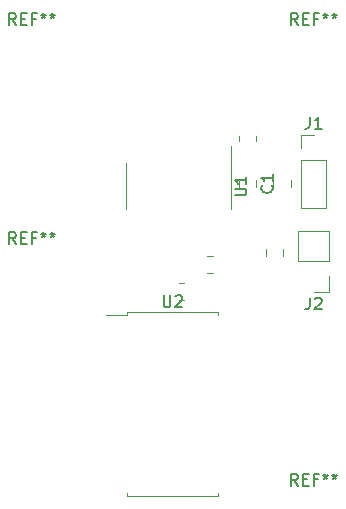
<source format=gbr>
%TF.GenerationSoftware,KiCad,Pcbnew,7.0.5*%
%TF.CreationDate,2024-02-07T02:01:45+01:00*%
%TF.ProjectId,thermometer-hw,74686572-6d6f-46d6-9574-65722d68772e,rev?*%
%TF.SameCoordinates,Original*%
%TF.FileFunction,Legend,Top*%
%TF.FilePolarity,Positive*%
%FSLAX46Y46*%
G04 Gerber Fmt 4.6, Leading zero omitted, Abs format (unit mm)*
G04 Created by KiCad (PCBNEW 7.0.5) date 2024-02-07 02:01:45*
%MOMM*%
%LPD*%
G01*
G04 APERTURE LIST*
%ADD10C,0.150000*%
%ADD11C,0.120000*%
G04 APERTURE END LIST*
D10*
%TO.C,U1*%
X83474819Y-51561904D02*
X84284342Y-51561904D01*
X84284342Y-51561904D02*
X84379580Y-51514285D01*
X84379580Y-51514285D02*
X84427200Y-51466666D01*
X84427200Y-51466666D02*
X84474819Y-51371428D01*
X84474819Y-51371428D02*
X84474819Y-51180952D01*
X84474819Y-51180952D02*
X84427200Y-51085714D01*
X84427200Y-51085714D02*
X84379580Y-51038095D01*
X84379580Y-51038095D02*
X84284342Y-50990476D01*
X84284342Y-50990476D02*
X83474819Y-50990476D01*
X84474819Y-49990476D02*
X84474819Y-50561904D01*
X84474819Y-50276190D02*
X83474819Y-50276190D01*
X83474819Y-50276190D02*
X83617676Y-50371428D01*
X83617676Y-50371428D02*
X83712914Y-50466666D01*
X83712914Y-50466666D02*
X83760533Y-50561904D01*
%TO.C,REF\u002A\u002A*%
X88836666Y-76129819D02*
X88503333Y-75653628D01*
X88265238Y-76129819D02*
X88265238Y-75129819D01*
X88265238Y-75129819D02*
X88646190Y-75129819D01*
X88646190Y-75129819D02*
X88741428Y-75177438D01*
X88741428Y-75177438D02*
X88789047Y-75225057D01*
X88789047Y-75225057D02*
X88836666Y-75320295D01*
X88836666Y-75320295D02*
X88836666Y-75463152D01*
X88836666Y-75463152D02*
X88789047Y-75558390D01*
X88789047Y-75558390D02*
X88741428Y-75606009D01*
X88741428Y-75606009D02*
X88646190Y-75653628D01*
X88646190Y-75653628D02*
X88265238Y-75653628D01*
X89265238Y-75606009D02*
X89598571Y-75606009D01*
X89741428Y-76129819D02*
X89265238Y-76129819D01*
X89265238Y-76129819D02*
X89265238Y-75129819D01*
X89265238Y-75129819D02*
X89741428Y-75129819D01*
X90503333Y-75606009D02*
X90170000Y-75606009D01*
X90170000Y-76129819D02*
X90170000Y-75129819D01*
X90170000Y-75129819D02*
X90646190Y-75129819D01*
X91170000Y-75129819D02*
X91170000Y-75367914D01*
X90931905Y-75272676D02*
X91170000Y-75367914D01*
X91170000Y-75367914D02*
X91408095Y-75272676D01*
X91027143Y-75558390D02*
X91170000Y-75367914D01*
X91170000Y-75367914D02*
X91312857Y-75558390D01*
X91931905Y-75129819D02*
X91931905Y-75367914D01*
X91693810Y-75272676D02*
X91931905Y-75367914D01*
X91931905Y-75367914D02*
X92170000Y-75272676D01*
X91789048Y-75558390D02*
X91931905Y-75367914D01*
X91931905Y-75367914D02*
X92074762Y-75558390D01*
X64960666Y-55682819D02*
X64627333Y-55206628D01*
X64389238Y-55682819D02*
X64389238Y-54682819D01*
X64389238Y-54682819D02*
X64770190Y-54682819D01*
X64770190Y-54682819D02*
X64865428Y-54730438D01*
X64865428Y-54730438D02*
X64913047Y-54778057D01*
X64913047Y-54778057D02*
X64960666Y-54873295D01*
X64960666Y-54873295D02*
X64960666Y-55016152D01*
X64960666Y-55016152D02*
X64913047Y-55111390D01*
X64913047Y-55111390D02*
X64865428Y-55159009D01*
X64865428Y-55159009D02*
X64770190Y-55206628D01*
X64770190Y-55206628D02*
X64389238Y-55206628D01*
X65389238Y-55159009D02*
X65722571Y-55159009D01*
X65865428Y-55682819D02*
X65389238Y-55682819D01*
X65389238Y-55682819D02*
X65389238Y-54682819D01*
X65389238Y-54682819D02*
X65865428Y-54682819D01*
X66627333Y-55159009D02*
X66294000Y-55159009D01*
X66294000Y-55682819D02*
X66294000Y-54682819D01*
X66294000Y-54682819D02*
X66770190Y-54682819D01*
X67294000Y-54682819D02*
X67294000Y-54920914D01*
X67055905Y-54825676D02*
X67294000Y-54920914D01*
X67294000Y-54920914D02*
X67532095Y-54825676D01*
X67151143Y-55111390D02*
X67294000Y-54920914D01*
X67294000Y-54920914D02*
X67436857Y-55111390D01*
X68055905Y-54682819D02*
X68055905Y-54920914D01*
X67817810Y-54825676D02*
X68055905Y-54920914D01*
X68055905Y-54920914D02*
X68294000Y-54825676D01*
X67913048Y-55111390D02*
X68055905Y-54920914D01*
X68055905Y-54920914D02*
X68198762Y-55111390D01*
%TO.C,C1*%
X86621580Y-50712666D02*
X86669200Y-50760285D01*
X86669200Y-50760285D02*
X86716819Y-50903142D01*
X86716819Y-50903142D02*
X86716819Y-50998380D01*
X86716819Y-50998380D02*
X86669200Y-51141237D01*
X86669200Y-51141237D02*
X86573961Y-51236475D01*
X86573961Y-51236475D02*
X86478723Y-51284094D01*
X86478723Y-51284094D02*
X86288247Y-51331713D01*
X86288247Y-51331713D02*
X86145390Y-51331713D01*
X86145390Y-51331713D02*
X85954914Y-51284094D01*
X85954914Y-51284094D02*
X85859676Y-51236475D01*
X85859676Y-51236475D02*
X85764438Y-51141237D01*
X85764438Y-51141237D02*
X85716819Y-50998380D01*
X85716819Y-50998380D02*
X85716819Y-50903142D01*
X85716819Y-50903142D02*
X85764438Y-50760285D01*
X85764438Y-50760285D02*
X85812057Y-50712666D01*
X86716819Y-49760285D02*
X86716819Y-50331713D01*
X86716819Y-50045999D02*
X85716819Y-50045999D01*
X85716819Y-50045999D02*
X85859676Y-50141237D01*
X85859676Y-50141237D02*
X85954914Y-50236475D01*
X85954914Y-50236475D02*
X86002533Y-50331713D01*
%TO.C,J1*%
X89836666Y-44924819D02*
X89836666Y-45639104D01*
X89836666Y-45639104D02*
X89789047Y-45781961D01*
X89789047Y-45781961D02*
X89693809Y-45877200D01*
X89693809Y-45877200D02*
X89550952Y-45924819D01*
X89550952Y-45924819D02*
X89455714Y-45924819D01*
X90836666Y-45924819D02*
X90265238Y-45924819D01*
X90550952Y-45924819D02*
X90550952Y-44924819D01*
X90550952Y-44924819D02*
X90455714Y-45067676D01*
X90455714Y-45067676D02*
X90360476Y-45162914D01*
X90360476Y-45162914D02*
X90265238Y-45210533D01*
%TO.C,REF\u002A\u002A*%
X64960666Y-37140819D02*
X64627333Y-36664628D01*
X64389238Y-37140819D02*
X64389238Y-36140819D01*
X64389238Y-36140819D02*
X64770190Y-36140819D01*
X64770190Y-36140819D02*
X64865428Y-36188438D01*
X64865428Y-36188438D02*
X64913047Y-36236057D01*
X64913047Y-36236057D02*
X64960666Y-36331295D01*
X64960666Y-36331295D02*
X64960666Y-36474152D01*
X64960666Y-36474152D02*
X64913047Y-36569390D01*
X64913047Y-36569390D02*
X64865428Y-36617009D01*
X64865428Y-36617009D02*
X64770190Y-36664628D01*
X64770190Y-36664628D02*
X64389238Y-36664628D01*
X65389238Y-36617009D02*
X65722571Y-36617009D01*
X65865428Y-37140819D02*
X65389238Y-37140819D01*
X65389238Y-37140819D02*
X65389238Y-36140819D01*
X65389238Y-36140819D02*
X65865428Y-36140819D01*
X66627333Y-36617009D02*
X66294000Y-36617009D01*
X66294000Y-37140819D02*
X66294000Y-36140819D01*
X66294000Y-36140819D02*
X66770190Y-36140819D01*
X67294000Y-36140819D02*
X67294000Y-36378914D01*
X67055905Y-36283676D02*
X67294000Y-36378914D01*
X67294000Y-36378914D02*
X67532095Y-36283676D01*
X67151143Y-36569390D02*
X67294000Y-36378914D01*
X67294000Y-36378914D02*
X67436857Y-36569390D01*
X68055905Y-36140819D02*
X68055905Y-36378914D01*
X67817810Y-36283676D02*
X68055905Y-36378914D01*
X68055905Y-36378914D02*
X68294000Y-36283676D01*
X67913048Y-36569390D02*
X68055905Y-36378914D01*
X68055905Y-36378914D02*
X68198762Y-36569390D01*
%TO.C,U2*%
X77470095Y-60019819D02*
X77470095Y-60829342D01*
X77470095Y-60829342D02*
X77517714Y-60924580D01*
X77517714Y-60924580D02*
X77565333Y-60972200D01*
X77565333Y-60972200D02*
X77660571Y-61019819D01*
X77660571Y-61019819D02*
X77851047Y-61019819D01*
X77851047Y-61019819D02*
X77946285Y-60972200D01*
X77946285Y-60972200D02*
X77993904Y-60924580D01*
X77993904Y-60924580D02*
X78041523Y-60829342D01*
X78041523Y-60829342D02*
X78041523Y-60019819D01*
X78470095Y-60115057D02*
X78517714Y-60067438D01*
X78517714Y-60067438D02*
X78612952Y-60019819D01*
X78612952Y-60019819D02*
X78851047Y-60019819D01*
X78851047Y-60019819D02*
X78946285Y-60067438D01*
X78946285Y-60067438D02*
X78993904Y-60115057D01*
X78993904Y-60115057D02*
X79041523Y-60210295D01*
X79041523Y-60210295D02*
X79041523Y-60305533D01*
X79041523Y-60305533D02*
X78993904Y-60448390D01*
X78993904Y-60448390D02*
X78422476Y-61019819D01*
X78422476Y-61019819D02*
X79041523Y-61019819D01*
%TO.C,REF\u002A\u002A*%
X88836666Y-37140819D02*
X88503333Y-36664628D01*
X88265238Y-37140819D02*
X88265238Y-36140819D01*
X88265238Y-36140819D02*
X88646190Y-36140819D01*
X88646190Y-36140819D02*
X88741428Y-36188438D01*
X88741428Y-36188438D02*
X88789047Y-36236057D01*
X88789047Y-36236057D02*
X88836666Y-36331295D01*
X88836666Y-36331295D02*
X88836666Y-36474152D01*
X88836666Y-36474152D02*
X88789047Y-36569390D01*
X88789047Y-36569390D02*
X88741428Y-36617009D01*
X88741428Y-36617009D02*
X88646190Y-36664628D01*
X88646190Y-36664628D02*
X88265238Y-36664628D01*
X89265238Y-36617009D02*
X89598571Y-36617009D01*
X89741428Y-37140819D02*
X89265238Y-37140819D01*
X89265238Y-37140819D02*
X89265238Y-36140819D01*
X89265238Y-36140819D02*
X89741428Y-36140819D01*
X90503333Y-36617009D02*
X90170000Y-36617009D01*
X90170000Y-37140819D02*
X90170000Y-36140819D01*
X90170000Y-36140819D02*
X90646190Y-36140819D01*
X91170000Y-36140819D02*
X91170000Y-36378914D01*
X90931905Y-36283676D02*
X91170000Y-36378914D01*
X91170000Y-36378914D02*
X91408095Y-36283676D01*
X91027143Y-36569390D02*
X91170000Y-36378914D01*
X91170000Y-36378914D02*
X91312857Y-36569390D01*
X91931905Y-36140819D02*
X91931905Y-36378914D01*
X91693810Y-36283676D02*
X91931905Y-36378914D01*
X91931905Y-36378914D02*
X92170000Y-36283676D01*
X91789048Y-36569390D02*
X91931905Y-36378914D01*
X91931905Y-36378914D02*
X92074762Y-36569390D01*
%TO.C,J2*%
X89836666Y-60204819D02*
X89836666Y-60919104D01*
X89836666Y-60919104D02*
X89789047Y-61061961D01*
X89789047Y-61061961D02*
X89693809Y-61157200D01*
X89693809Y-61157200D02*
X89550952Y-61204819D01*
X89550952Y-61204819D02*
X89455714Y-61204819D01*
X90265238Y-60300057D02*
X90312857Y-60252438D01*
X90312857Y-60252438D02*
X90408095Y-60204819D01*
X90408095Y-60204819D02*
X90646190Y-60204819D01*
X90646190Y-60204819D02*
X90741428Y-60252438D01*
X90741428Y-60252438D02*
X90789047Y-60300057D01*
X90789047Y-60300057D02*
X90836666Y-60395295D01*
X90836666Y-60395295D02*
X90836666Y-60490533D01*
X90836666Y-60490533D02*
X90789047Y-60633390D01*
X90789047Y-60633390D02*
X90217619Y-61204819D01*
X90217619Y-61204819D02*
X90836666Y-61204819D01*
D11*
%TO.C,C4*%
X86133000Y-56649252D02*
X86133000Y-56126748D01*
X87603000Y-56649252D02*
X87603000Y-56126748D01*
%TO.C,C2*%
X81668252Y-58139000D02*
X81145748Y-58139000D01*
X81668252Y-56669000D02*
X81145748Y-56669000D01*
%TO.C,U1*%
X83175000Y-50800000D02*
X83175000Y-47350000D01*
X83175000Y-50800000D02*
X83175000Y-52750000D01*
X74305000Y-50800000D02*
X74305000Y-48850000D01*
X74305000Y-50800000D02*
X74305000Y-52750000D01*
%TO.C,C3*%
X88238000Y-50284748D02*
X88238000Y-50807252D01*
X86768000Y-50284748D02*
X86768000Y-50807252D01*
%TO.C,C1*%
X85317000Y-50284748D02*
X85317000Y-50807252D01*
X83847000Y-50284748D02*
X83847000Y-50807252D01*
%TO.C,J1*%
X89110000Y-46470000D02*
X90170000Y-46470000D01*
X89110000Y-47530000D02*
X89110000Y-46470000D01*
X89110000Y-48530000D02*
X89110000Y-52590000D01*
X89110000Y-48530000D02*
X91230000Y-48530000D01*
X89110000Y-52590000D02*
X91230000Y-52590000D01*
X91230000Y-48530000D02*
X91230000Y-52590000D01*
%TO.C,U2*%
X74372000Y-61405000D02*
X74372000Y-61670000D01*
X74372000Y-61670000D02*
X72557000Y-61670000D01*
X74372000Y-77025000D02*
X74372000Y-76760000D01*
X78232000Y-61405000D02*
X74372000Y-61405000D01*
X78232000Y-61405000D02*
X82092000Y-61405000D01*
X78232000Y-77025000D02*
X74372000Y-77025000D01*
X78232000Y-77025000D02*
X82092000Y-77025000D01*
X82092000Y-61405000D02*
X82092000Y-61670000D01*
X82092000Y-77025000D02*
X82092000Y-76760000D01*
%TO.C,R2*%
X83847000Y-46963064D02*
X83847000Y-46508936D01*
X85317000Y-46963064D02*
X85317000Y-46508936D01*
%TO.C,R1*%
X79221064Y-60425000D02*
X78766936Y-60425000D01*
X79221064Y-58955000D02*
X78766936Y-58955000D01*
%TO.C,J2*%
X91500000Y-59750000D02*
X90170000Y-59750000D01*
X91500000Y-58420000D02*
X91500000Y-59750000D01*
X91500000Y-57150000D02*
X91500000Y-54550000D01*
X91500000Y-57150000D02*
X88840000Y-57150000D01*
X91500000Y-54550000D02*
X88840000Y-54550000D01*
X88840000Y-57150000D02*
X88840000Y-54550000D01*
%TD*%
M02*

</source>
